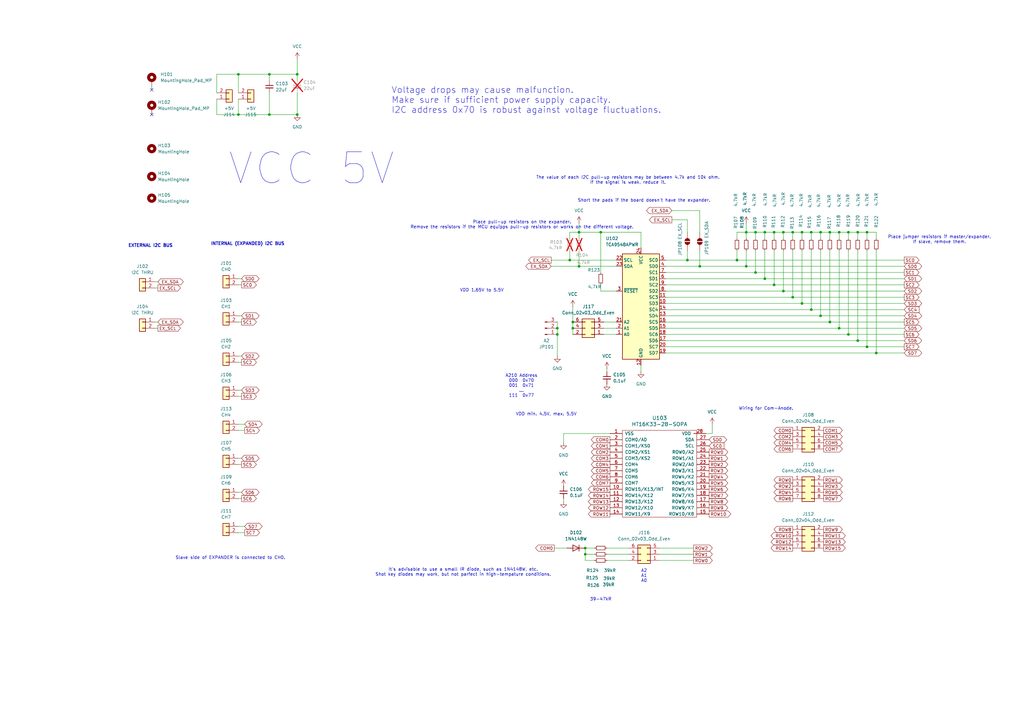
<source format=kicad_sch>
(kicad_sch (version 20250114) (generator "eeschema") (generator_version "9.0")
  (paper "A3")
  (title_block (title "digit 7-segment LED display control unit") (date "2025-09-05") (rev "0.4.0") (company "UMEMOTO LLC") (comment 1 "design by Hijiri Umemoto"))
  (text "A210 Address\n000  0x70\n001  0x71\n...\n111  0x77\n" (at 213.868 158.242 0) (effects (font (size 1.27 1.27))))
  (text "Place jumper resistors if master/expander.\nIf slave, remove them." (at 385.318 98.298 0) (effects (font (size 1.27 1.27))))
  (text "Voltage drops may cause malfunction. \nMake sure if sufficient power supply capacity. \nI2C address 0x70 is robust against voltage fluctuations." (at 160.528 41.148 0) (effects (font (size 2.54 2.54)) (justify left)))
  (text "39-47kR" (at 246.38 245.872 0) (effects (font (size 1.27 1.27))))
  (text "It's advisable to use a small IR diode, such as 1N4148W, etc.\nShot key diodes may work, but not parfect in high-tempature conditions.\n" (at 189.992 234.696 0) (effects (font (size 1.27 1.27))))
  (text "Wiring for Com-Anode." (at 314.198 167.64 0) (effects (font (size 1.27 1.27))))
  (text "A2\nA1\nA0" (at 264.16 236.22 0) (effects (font (size 1.27 1.27))))
  (text "VCC 5V " (at 132.588 69.342 0) (effects (font (size 12.7 12.7))))
  (text "Slave side of EXPANDER is connected to CH0." (at 94.488 228.854 0) (effects (font (size 1.27 1.27))))
  (text "Place pull-up resistors on the expander.\nRemove the resistors if the MCU equipps pull-up resistors or works on the different voltage." (at 214.122 92.202 0) (effects (font (size 1.27 1.27))))
  (text "Short the pads if the board doesn't have the expander." (at 264.16 82.296 0) (effects (font (size 1.27 1.27))))
  (text "EXTERNAL I2C BUS" (at 61.722 100.838 0) (effects (font (size 1.27 1.27) (thickness 0.254) (bold yes))))
  (text "The value of each I2C pull-up resistors may be between 4.7k and 10k ohm.\nIf the signal is weak, reduce it." (at 257.556 73.914 0) (effects (font (size 1.27 1.27))))
  (text "VDD 1.65V to 5.5V" (at 197.612 119.126 0) (effects (font (size 1.27 1.27))))
  (text "INTERNAL (EXPANDED) I2C BUS" (at 101.6 100.076 0) (effects (font (size 1.27 1.27) (thickness 0.254) (bold yes))))
  (text "VDD min. 4.5V, max. 5.5V" (at 224.028 169.926 0) (effects (font (size 1.27 1.27))))
  (junction (at 336.55 129.54))
  (junction (at 121.92 46.99))
  (junction (at 325.12 95.25))
  (junction (at 347.98 95.25))
  (junction (at 306.07 95.25))
  (junction (at 302.26 106.68))
  (junction (at 347.98 137.16))
  (junction (at 332.74 127))
  (junction (at 97.79 30.48))
  (junction (at 228.6 137.16))
  (junction (at 317.5 95.25))
  (junction (at 246.38 95.25))
  (junction (at 240.03 224.79))
  (junction (at 340.36 95.25))
  (junction (at 237.49 109.22))
  (junction (at 332.74 95.25))
  (junction (at 359.41 144.78))
  (junction (at 355.6 95.25))
  (junction (at 328.93 124.46))
  (junction (at 281.94 106.68))
  (junction (at 328.93 95.25))
  (junction (at 237.49 95.25))
  (junction (at 321.31 95.25))
  (junction (at 313.69 114.3))
  (junction (at 317.5 116.84))
  (junction (at 233.68 106.68))
  (junction (at 121.92 30.48))
  (junction (at 313.69 95.25))
  (junction (at 344.17 95.25))
  (junction (at 321.31 119.38))
  (junction (at 355.6 142.24))
  (junction (at 97.79 46.99))
  (junction (at 325.12 121.92))
  (junction (at 306.07 109.22))
  (junction (at 340.36 132.08))
  (junction (at 228.6 134.62))
  (junction (at 110.49 30.48))
  (junction (at 234.95 132.08))
  (junction (at 110.49 46.99))
  (junction (at 336.55 95.25))
  (junction (at 344.17 134.62))
  (junction (at 234.95 134.62))
  (junction (at 287.02 109.22))
  (junction (at 351.79 95.25))
  (junction (at 240.03 227.33))
  (junction (at 351.79 139.7))
  (junction (at 309.88 95.25))
  (junction (at 309.88 111.76))
  (no_connect (at 62.23 46.99))
  (no_connect (at 62.23 36.83))
  (wire (pts (xy 248.92 229.87) (xy 257.81 229.87)))
  (wire (pts (xy 370.84 132.08) (xy 340.36 132.08)))
  (wire (pts (xy 336.55 95.25) (xy 336.55 97.79)))
  (wire (pts (xy 246.38 119.38) (xy 252.73 119.38)))
  (wire (pts (xy 325.12 121.92) (xy 273.05 121.92)))
  (wire (pts (xy 97.79 46.99) (xy 110.49 46.99)))
  (wire (pts (xy 246.38 95.25) (xy 246.38 111.76)))
  (wire (pts (xy 97.79 162.56) (xy 99.06 162.56)))
  (wire (pts (xy 309.88 97.79) (xy 309.88 95.25)))
  (wire (pts (xy 273.05 129.54) (xy 336.55 129.54)))
  (wire (pts (xy 309.88 102.87) (xy 309.88 111.76)))
  (wire (pts (xy 309.88 111.76) (xy 273.05 111.76)))
  (wire (pts (xy 63.5 118.11) (xy 64.77 118.11)))
  (wire (pts (xy 270.51 227.33) (xy 284.48 227.33)))
  (wire (pts (xy 355.6 102.87) (xy 355.6 142.24)))
  (wire (pts (xy 99.06 190.5) (xy 97.79 190.5)))
  (wire (pts (xy 302.26 95.25) (xy 306.07 95.25)))
  (wire (pts (xy 237.49 109.22) (xy 252.73 109.22)))
  (wire (pts (xy 306.07 91.44) (xy 306.07 95.25)))
  (wire (pts (xy 228.6 132.08) (xy 228.6 134.62)))
  (wire (pts (xy 270.51 229.87) (xy 284.48 229.87)))
  (wire (pts (xy 262.89 149.86) (xy 262.89 152.4)))
  (wire (pts (xy 355.6 97.79) (xy 355.6 95.25)))
  (wire (pts (xy 370.84 137.16) (xy 347.98 137.16)))
  (wire (pts (xy 313.69 95.25) (xy 313.69 97.79)))
  (wire (pts (xy 355.6 142.24) (xy 273.05 142.24)))
  (wire (pts (xy 370.84 144.78) (xy 359.41 144.78)))
  (wire (pts (xy 287.02 102.87) (xy 287.02 109.22)))
  (wire (pts (xy 97.79 160.02) (xy 99.06 160.02)))
  (wire (pts (xy 336.55 95.25) (xy 340.36 95.25)))
  (wire (pts (xy 302.26 106.68) (xy 370.84 106.68)))
  (wire (pts (xy 313.69 95.25) (xy 317.5 95.25)))
  (wire (pts (xy 64.77 132.08) (xy 63.5 132.08)))
  (wire (pts (xy 347.98 95.25) (xy 351.79 95.25)))
  (wire (pts (xy 347.98 137.16) (xy 273.05 137.16)))
  (wire (pts (xy 317.5 95.25) (xy 321.31 95.25)))
  (wire (pts (xy 351.79 139.7) (xy 273.05 139.7)))
  (wire (pts (xy 262.89 101.6) (xy 262.89 95.25)))
  (wire (pts (xy 287.02 86.36) (xy 287.02 95.25)))
  (wire (pts (xy 321.31 95.25) (xy 325.12 95.25)))
  (wire (pts (xy 240.03 224.79) (xy 240.03 227.33)))
  (wire (pts (xy 121.92 38.1) (xy 121.92 46.99)))
  (wire (pts (xy 332.74 97.79) (xy 332.74 95.25)))
  (wire (pts (xy 370.84 129.54) (xy 336.55 129.54)))
  (wire (pts (xy 248.92 227.33) (xy 257.81 227.33)))
  (wire (pts (xy 302.26 102.87) (xy 302.26 106.68)))
  (wire (pts (xy 344.17 102.87) (xy 344.17 134.62)))
  (wire (pts (xy 351.79 102.87) (xy 351.79 139.7)))
  (wire (pts (xy 237.49 95.25) (xy 246.38 95.25)))
  (wire (pts (xy 226.06 109.22) (xy 237.49 109.22)))
  (wire (pts (xy 240.03 224.79) (xy 243.84 224.79)))
  (wire (pts (xy 233.68 97.79) (xy 233.68 95.25)))
  (wire (pts (xy 99.06 204.47) (xy 97.79 204.47)))
  (wire (pts (xy 247.65 134.62) (xy 252.73 134.62)))
  (wire (pts (xy 99.06 201.93) (xy 97.79 201.93)))
  (wire (pts (xy 309.88 95.25) (xy 306.07 95.25)))
  (wire (pts (xy 336.55 102.87) (xy 336.55 129.54)))
  (wire (pts (xy 309.88 95.25) (xy 313.69 95.25)))
  (wire (pts (xy 64.77 134.62) (xy 63.5 134.62)))
  (wire (pts (xy 237.49 102.87) (xy 237.49 109.22)))
  (wire (pts (xy 321.31 95.25) (xy 321.31 97.79)))
  (wire (pts (xy 281.94 102.87) (xy 281.94 106.68)))
  (wire (pts (xy 275.59 86.36) (xy 287.02 86.36)))
  (wire (pts (xy 240.03 227.33) (xy 240.03 229.87)))
  (wire (pts (xy 370.84 139.7) (xy 351.79 139.7)))
  (wire (pts (xy 231.14 204.47) (xy 231.14 205.74)))
  (wire (pts (xy 97.79 30.48) (xy 110.49 30.48)))
  (wire (pts (xy 234.95 132.08) (xy 234.95 134.62)))
  (wire (pts (xy 370.84 124.46) (xy 328.93 124.46)))
  (wire (pts (xy 234.95 134.62) (xy 234.95 137.16)))
  (wire (pts (xy 325.12 97.79) (xy 325.12 95.25)))
  (wire (pts (xy 121.92 24.13) (xy 121.92 30.48)))
  (wire (pts (xy 227.33 224.79) (xy 232.41 224.79)))
  (wire (pts (xy 370.84 111.76) (xy 309.88 111.76)))
  (wire (pts (xy 275.59 90.17) (xy 281.94 90.17)))
  (wire (pts (xy 233.68 106.68) (xy 252.73 106.68)))
  (wire (pts (xy 340.36 102.87) (xy 340.36 132.08)))
  (wire (pts (xy 351.79 95.25) (xy 351.79 97.79)))
  (wire (pts (xy 317.5 97.79) (xy 317.5 95.25)))
  (wire (pts (xy 370.84 116.84) (xy 317.5 116.84)))
  (wire (pts (xy 234.95 125.73) (xy 234.95 132.08)))
  (wire (pts (xy 292.1 177.8) (xy 289.56 177.8)))
  (wire (pts (xy 325.12 102.87) (xy 325.12 121.92)))
  (wire (pts (xy 97.79 40.64) (xy 97.79 46.99)))
  (wire (pts (xy 325.12 95.25) (xy 328.93 95.25)))
  (wire (pts (xy 110.49 30.48) (xy 110.49 33.02)))
  (wire (pts (xy 359.41 95.25) (xy 359.41 97.79)))
  (wire (pts (xy 328.93 124.46) (xy 273.05 124.46)))
  (wire (pts (xy 88.9 30.48) (xy 88.9 38.1)))
  (wire (pts (xy 347.98 97.79) (xy 347.98 95.25)))
  (wire (pts (xy 88.9 30.48) (xy 97.79 30.48)))
  (wire (pts (xy 226.06 106.68) (xy 233.68 106.68)))
  (wire (pts (xy 340.36 95.25) (xy 344.17 95.25)))
  (wire (pts (xy 370.84 127) (xy 332.74 127)))
  (wire (pts (xy 100.33 218.44) (xy 97.79 218.44)))
  (wire (pts (xy 99.06 129.54) (xy 97.79 129.54)))
  (wire (pts (xy 273.05 109.22) (xy 287.02 109.22)))
  (wire (pts (xy 231.14 181.61) (xy 231.14 177.8)))
  (wire (pts (xy 370.84 142.24) (xy 355.6 142.24)))
  (wire (pts (xy 237.49 91.44) (xy 237.49 95.25)))
  (wire (pts (xy 359.41 102.87) (xy 359.41 144.78)))
  (wire (pts (xy 270.51 224.79) (xy 284.48 224.79)))
  (wire (pts (xy 313.69 114.3) (xy 273.05 114.3)))
  (wire (pts (xy 99.06 114.3) (xy 97.79 114.3)))
  (wire (pts (xy 88.9 40.64) (xy 88.9 46.99)))
  (wire (pts (xy 100.33 176.53) (xy 97.79 176.53)))
  (wire (pts (xy 100.33 173.99) (xy 97.79 173.99)))
  (wire (pts (xy 110.49 30.48) (xy 121.92 30.48)))
  (wire (pts (xy 302.26 97.79) (xy 302.26 95.25)))
  (wire (pts (xy 243.84 227.33) (xy 240.03 227.33)))
  (wire (pts (xy 328.93 95.25) (xy 328.93 97.79)))
  (wire (pts (xy 281.94 90.17) (xy 281.94 95.25)))
  (wire (pts (xy 228.6 134.62) (xy 228.6 137.16)))
  (wire (pts (xy 317.5 116.84) (xy 273.05 116.84)))
  (wire (pts (xy 306.07 109.22) (xy 370.84 109.22)))
  (wire (pts (xy 247.65 137.16) (xy 252.73 137.16)))
  (wire (pts (xy 344.17 95.25) (xy 344.17 97.79)))
  (wire (pts (xy 344.17 134.62) (xy 273.05 134.62)))
  (wire (pts (xy 110.49 38.1) (xy 110.49 46.99)))
  (wire (pts (xy 328.93 102.87) (xy 328.93 124.46)))
  (wire (pts (xy 370.84 114.3) (xy 313.69 114.3)))
  (wire (pts (xy 248.92 152.4) (xy 248.92 151.13)))
  (wire (pts (xy 292.1 173.99) (xy 292.1 177.8)))
  (wire (pts (xy 347.98 102.87) (xy 347.98 137.16)))
  (wire (pts (xy 281.94 106.68) (xy 302.26 106.68)))
  (wire (pts (xy 306.07 102.87) (xy 306.07 109.22)))
  (wire (pts (xy 351.79 95.25) (xy 355.6 95.25)))
  (wire (pts (xy 287.02 109.22) (xy 306.07 109.22)))
  (wire (pts (xy 100.33 215.9) (xy 97.79 215.9)))
  (wire (pts (xy 273.05 106.68) (xy 281.94 106.68)))
  (wire (pts (xy 63.5 115.57) (xy 64.77 115.57)))
  (wire (pts (xy 97.79 38.1) (xy 97.79 30.48)))
  (wire (pts (xy 246.38 95.25) (xy 262.89 95.25)))
  (wire (pts (xy 243.84 229.87) (xy 240.03 229.87)))
  (wire (pts (xy 306.07 95.25) (xy 306.07 97.79)))
  (wire (pts (xy 332.74 95.25) (xy 336.55 95.25)))
  (wire (pts (xy 121.92 30.48) (xy 121.92 33.02)))
  (wire (pts (xy 231.14 177.8) (xy 250.19 177.8)))
  (wire (pts (xy 88.9 46.99) (xy 97.79 46.99)))
  (wire (pts (xy 344.17 95.25) (xy 347.98 95.25)))
  (wire (pts (xy 248.92 224.79) (xy 257.81 224.79)))
  (wire (pts (xy 62.23 35.56) (xy 62.23 36.83)))
  (wire (pts (xy 332.74 102.87) (xy 332.74 127)))
  (wire (pts (xy 99.06 148.59) (xy 97.79 148.59)))
  (wire (pts (xy 313.69 102.87) (xy 313.69 114.3)))
  (wire (pts (xy 370.84 119.38) (xy 321.31 119.38)))
  (wire (pts (xy 247.65 132.08) (xy 252.73 132.08)))
  (wire (pts (xy 355.6 95.25) (xy 359.41 95.25)))
  (wire (pts (xy 233.68 102.87) (xy 233.68 106.68)))
  (wire (pts (xy 228.6 137.16) (xy 228.6 146.05)))
  (wire (pts (xy 321.31 102.87) (xy 321.31 119.38)))
  (wire (pts (xy 273.05 127) (xy 332.74 127)))
  (wire (pts (xy 99.06 187.96) (xy 97.79 187.96)))
  (wire (pts (xy 340.36 97.79) (xy 340.36 95.25)))
  (wire (pts (xy 99.06 116.84) (xy 97.79 116.84)))
  (wire (pts (xy 370.84 121.92) (xy 325.12 121.92)))
  (wire (pts (xy 99.06 146.05) (xy 97.79 146.05)))
  (wire (pts (xy 370.84 134.62) (xy 344.17 134.62)))
  (wire (pts (xy 340.36 132.08) (xy 273.05 132.08)))
  (wire (pts (xy 246.38 116.84) (xy 246.38 119.38)))
  (wire (pts (xy 317.5 102.87) (xy 317.5 116.84)))
  (wire (pts (xy 359.41 144.78) (xy 273.05 144.78)))
  (wire (pts (xy 99.06 132.08) (xy 97.79 132.08)))
  (wire (pts (xy 121.92 46.99) (xy 110.49 46.99)))
  (wire (pts (xy 321.31 119.38) (xy 273.05 119.38)))
  (wire (pts (xy 328.93 95.25) (xy 332.74 95.25)))
  (wire (pts (xy 237.49 95.25) (xy 237.49 97.79)))
  (wire (pts (xy 233.68 95.25) (xy 237.49 95.25)))
  (global_label "ROW7" (shape output) (at 290.83 203.2 0) (property "Intersheetrefs" "${INTERSHEET_REFS}" (effects (hide yes))))
  (global_label "ROW0" (shape output) (at 325.12 196.85 180) (property "Intersheetrefs" "${INTERSHEET_REFS}" (effects (hide yes))))
  (global_label "SD3" (shape bidirectional) (at 99.06 160.02 0) (property "Intersheetrefs" "${INTERSHEET_REFS}" (effects (hide yes))))
  (global_label "EX_SCL" (shape output) (at 275.59 90.17 180) (property "Intersheetrefs" "${INTERSHEET_REFS}" (effects (hide yes))))
  (global_label "ROW13" (shape output) (at 250.19 205.74 180) (property "Intersheetrefs" "${INTERSHEET_REFS}" (effects (hide yes))))
  (global_label "ROW11" (shape output) (at 250.19 210.82 180) (property "Intersheetrefs" "${INTERSHEET_REFS}" (effects (hide yes))))
  (global_label "SC7" (shape output) (at 370.84 142.24 0) (property "Intersheetrefs" "${INTERSHEET_REFS}" (effects (hide yes))))
  (global_label "SD1" (shape bidirectional) (at 370.84 114.3 0) (property "Intersheetrefs" "${INTERSHEET_REFS}" (effects (hide yes))))
  (global_label "SC4" (shape input) (at 370.84 127 0) (property "Intersheetrefs" "${INTERSHEET_REFS}" (effects (hide yes))))
  (global_label "SD4" (shape bidirectional) (at 100.33 173.99 0) (property "Intersheetrefs" "${INTERSHEET_REFS}" (effects (hide yes))))
  (global_label "ROW0" (shape output) (at 284.48 229.87 0) (property "Intersheetrefs" "${INTERSHEET_REFS}" (effects (hide yes))))
  (global_label "COM2" (shape output) (at 250.19 185.42 180) (property "Intersheetrefs" "${INTERSHEET_REFS}" (effects (hide yes))))
  (global_label "SC0" (shape output) (at 99.06 116.84 0) (property "Intersheetrefs" "${INTERSHEET_REFS}" (effects (hide yes))))
  (global_label "SC1" (shape output) (at 99.06 132.08 0) (property "Intersheetrefs" "${INTERSHEET_REFS}" (effects (hide yes))))
  (global_label "ROW12" (shape output) (at 250.19 208.28 180) (property "Intersheetrefs" "${INTERSHEET_REFS}" (effects (hide yes))))
  (global_label "COM6" (shape output) (at 250.19 195.58 180) (property "Intersheetrefs" "${INTERSHEET_REFS}" (effects (hide yes))))
  (global_label "SC3" (shape output) (at 99.06 162.56 0) (property "Intersheetrefs" "${INTERSHEET_REFS}" (effects (hide yes))))
  (global_label "ROW6" (shape output) (at 290.83 200.66 0) (property "Intersheetrefs" "${INTERSHEET_REFS}" (effects (hide yes))))
  (global_label "ROW10" (shape output) (at 290.83 210.82 0) (property "Intersheetrefs" "${INTERSHEET_REFS}" (effects (hide yes))))
  (global_label "COM2" (shape output) (at 325.12 179.07 180) (property "Intersheetrefs" "${INTERSHEET_REFS}" (effects (hide yes))))
  (global_label "EX_SCL" (shape output) (at 64.77 118.11 0) (property "Intersheetrefs" "${INTERSHEET_REFS}" (effects (hide yes))))
  (global_label "ROW15" (shape output) (at 250.19 200.66 180) (property "Intersheetrefs" "${INTERSHEET_REFS}" (effects (hide yes))))
  (global_label "COM0" (shape output) (at 227.33 224.79 180) (property "Intersheetrefs" "${INTERSHEET_REFS}" (effects (hide yes))))
  (global_label "SC5" (shape output) (at 370.84 132.08 0) (property "Intersheetrefs" "${INTERSHEET_REFS}" (effects (hide yes))))
  (global_label "SD6" (shape bidirectional) (at 99.06 201.93 0) (property "Intersheetrefs" "${INTERSHEET_REFS}" (effects (hide yes))))
  (global_label "SD5" (shape bidirectional) (at 370.84 134.62 0) (property "Intersheetrefs" "${INTERSHEET_REFS}" (effects (hide yes))))
  (global_label "SD7" (shape bidirectional) (at 370.84 144.78 0) (property "Intersheetrefs" "${INTERSHEET_REFS}" (effects (hide yes))))
  (global_label "SC7" (shape output) (at 100.33 218.44 0) (property "Intersheetrefs" "${INTERSHEET_REFS}" (effects (hide yes))))
  (global_label "ROW9" (shape output) (at 290.83 208.28 0) (property "Intersheetrefs" "${INTERSHEET_REFS}" (effects (hide yes))))
  (global_label "SD2" (shape bidirectional) (at 370.84 119.38 0) (property "Intersheetrefs" "${INTERSHEET_REFS}" (effects (hide yes))))
  (global_label "SD6" (shape bidirectional) (at 370.84 139.7 0) (property "Intersheetrefs" "${INTERSHEET_REFS}" (effects (hide yes))))
  (global_label "ROW2" (shape output) (at 284.48 224.79 0) (property "Intersheetrefs" "${INTERSHEET_REFS}" (effects (hide yes))))
  (global_label "SD0" (shape bidirectional) (at 99.06 114.3 0) (property "Intersheetrefs" "${INTERSHEET_REFS}" (effects (hide yes))))
  (global_label "COM0" (shape output) (at 250.19 180.34 180) (property "Intersheetrefs" "${INTERSHEET_REFS}" (effects (hide yes))))
  (global_label "COM3" (shape output) (at 337.82 179.07 0) (property "Intersheetrefs" "${INTERSHEET_REFS}" (effects (hide yes))))
  (global_label "ROW14" (shape output) (at 325.12 224.79 180) (property "Intersheetrefs" "${INTERSHEET_REFS}" (effects (hide yes))))
  (global_label "SD4" (shape bidirectional) (at 370.84 129.54 0) (property "Intersheetrefs" "${INTERSHEET_REFS}" (effects (hide yes))))
  (global_label "SC1" (shape output) (at 370.84 111.76 0) (property "Intersheetrefs" "${INTERSHEET_REFS}" (effects (hide yes))))
  (global_label "COM1" (shape output) (at 337.82 176.53 0) (property "Intersheetrefs" "${INTERSHEET_REFS}" (effects (hide yes))))
  (global_label "SC2" (shape output) (at 370.84 116.84 0) (property "Intersheetrefs" "${INTERSHEET_REFS}" (effects (hide yes))))
  (global_label "COM4" (shape output) (at 325.12 181.61 180) (property "Intersheetrefs" "${INTERSHEET_REFS}" (effects (hide yes))))
  (global_label "COM5" (shape output) (at 337.82 181.61 0) (property "Intersheetrefs" "${INTERSHEET_REFS}" (effects (hide yes))))
  (global_label "SC6" (shape output) (at 99.06 204.47 0) (property "Intersheetrefs" "${INTERSHEET_REFS}" (effects (hide yes))))
  (global_label "COM5" (shape output) (at 250.19 193.04 180) (property "Intersheetrefs" "${INTERSHEET_REFS}" (effects (hide yes))))
  (global_label "ROW11" (shape output) (at 337.82 219.71 0) (property "Intersheetrefs" "${INTERSHEET_REFS}" (effects (hide yes))))
  (global_label "ROW8" (shape output) (at 290.83 205.74 0) (property "Intersheetrefs" "${INTERSHEET_REFS}" (effects (hide yes))))
  (global_label "EX_SDA" (shape bidirectional) (at 64.77 115.57 0) (property "Intersheetrefs" "${INTERSHEET_REFS}" (effects (hide yes))))
  (global_label "COM7" (shape output) (at 337.82 184.15 0) (property "Intersheetrefs" "${INTERSHEET_REFS}" (effects (hide yes))))
  (global_label "ROW15" (shape output) (at 337.82 224.79 0) (property "Intersheetrefs" "${INTERSHEET_REFS}" (effects (hide yes))))
  (global_label "SD3" (shape bidirectional) (at 370.84 124.46 0) (property "Intersheetrefs" "${INTERSHEET_REFS}" (effects (hide yes))))
  (global_label "COM1" (shape output) (at 250.19 182.88 180) (property "Intersheetrefs" "${INTERSHEET_REFS}" (effects (hide yes))))
  (global_label "ROW4" (shape output) (at 290.83 195.58 0) (property "Intersheetrefs" "${INTERSHEET_REFS}" (effects (hide yes))))
  (global_label "SC2" (shape output) (at 99.06 148.59 0) (property "Intersheetrefs" "${INTERSHEET_REFS}" (effects (hide yes))))
  (global_label "SC0" (shape input) (at 290.83 182.88 0) (property "Intersheetrefs" "${INTERSHEET_REFS}" (effects (hide yes))))
  (global_label "ROW1" (shape output) (at 290.83 187.96 0) (property "Intersheetrefs" "${INTERSHEET_REFS}" (effects (hide yes))))
  (global_label "COM4" (shape output) (at 250.19 190.5 180) (property "Intersheetrefs" "${INTERSHEET_REFS}" (effects (hide yes))))
  (global_label "SC5" (shape output) (at 99.06 190.5 0) (property "Intersheetrefs" "${INTERSHEET_REFS}" (effects (hide yes))))
  (global_label "ROW2" (shape output) (at 290.83 190.5 0) (property "Intersheetrefs" "${INTERSHEET_REFS}" (effects (hide yes))))
  (global_label "ROW5" (shape output) (at 337.82 201.93 0) (property "Intersheetrefs" "${INTERSHEET_REFS}" (effects (hide yes))))
  (global_label "EX_SDA" (shape bidirectional) (at 275.59 86.36 180) (property "Intersheetrefs" "${INTERSHEET_REFS}" (effects (hide yes))))
  (global_label "SC6" (shape output) (at 370.84 137.16 0) (property "Intersheetrefs" "${INTERSHEET_REFS}" (effects (hide yes))))
  (global_label "EX_SCL" (shape output) (at 64.77 134.62 0) (property "Intersheetrefs" "${INTERSHEET_REFS}" (effects (hide yes))))
  (global_label "EX_SDA" (shape bidirectional) (at 226.06 109.22 180) (property "Intersheetrefs" "${INTERSHEET_REFS}" (effects (hide yes))))
  (global_label "ROW4" (shape output) (at 325.12 201.93 180) (property "Intersheetrefs" "${INTERSHEET_REFS}" (effects (hide yes))))
  (global_label "ROW2" (shape output) (at 325.12 199.39 180) (property "Intersheetrefs" "${INTERSHEET_REFS}" (effects (hide yes))))
  (global_label "SD5" (shape bidirectional) (at 99.06 187.96 0) (property "Intersheetrefs" "${INTERSHEET_REFS}" (effects (hide yes))))
  (global_label "COM3" (shape output) (at 250.19 187.96 180) (property "Intersheetrefs" "${INTERSHEET_REFS}" (effects (hide yes))))
  (global_label "ROW1" (shape output) (at 337.82 196.85 0) (property "Intersheetrefs" "${INTERSHEET_REFS}" (effects (hide yes))))
  (global_label "COM0" (shape output) (at 325.12 176.53 180) (property "Intersheetrefs" "${INTERSHEET_REFS}" (effects (hide yes))))
  (global_label "COM6" (shape output) (at 325.12 184.15 180) (property "Intersheetrefs" "${INTERSHEET_REFS}" (effects (hide yes))))
  (global_label "ROW10" (shape output) (at 325.12 219.71 180) (property "Intersheetrefs" "${INTERSHEET_REFS}" (effects (hide yes))))
  (global_label "SD0" (shape bidirectional) (at 290.83 180.34 0) (property "Intersheetrefs" "${INTERSHEET_REFS}" (effects (hide yes))))
  (global_label "ROW9" (shape output) (at 337.82 217.17 0) (property "Intersheetrefs" "${INTERSHEET_REFS}" (effects (hide yes))))
  (global_label "ROW6" (shape output) (at 325.12 204.47 180) (property "Intersheetrefs" "${INTERSHEET_REFS}" (effects (hide yes))))
  (global_label "ROW14" (shape output) (at 250.19 203.2 180) (property "Intersheetrefs" "${INTERSHEET_REFS}" (effects (hide yes))))
  (global_label "ROW3" (shape output) (at 290.83 193.04 0) (property "Intersheetrefs" "${INTERSHEET_REFS}" (effects (hide yes))))
  (global_label "ROW3" (shape output) (at 337.82 199.39 0) (property "Intersheetrefs" "${INTERSHEET_REFS}" (effects (hide yes))))
  (global_label "ROW1" (shape output) (at 284.48 227.33 0) (property "Intersheetrefs" "${INTERSHEET_REFS}" (effects (hide yes))))
  (global_label "SC3" (shape output) (at 370.84 121.92 0) (property "Intersheetrefs" "${INTERSHEET_REFS}" (effects (hide yes))))
  (global_label "ROW7" (shape output) (at 337.82 204.47 0) (property "Intersheetrefs" "${INTERSHEET_REFS}" (effects (hide yes))))
  (global_label "ROW0" (shape output) (at 290.83 185.42 0) (property "Intersheetrefs" "${INTERSHEET_REFS}" (effects (hide yes))))
  (global_label "SD2" (shape bidirectional) (at 99.06 146.05 0) (property "Intersheetrefs" "${INTERSHEET_REFS}" (effects (hide yes))))
  (global_label "ROW8" (shape output) (at 325.12 217.17 180) (property "Intersheetrefs" "${INTERSHEET_REFS}" (effects (hide yes))))
  (global_label "SC4" (shape output) (at 100.33 176.53 0) (property "Intersheetrefs" "${INTERSHEET_REFS}" (effects (hide yes))))
  (global_label "COM7" (shape output) (at 250.19 198.12 180) (property "Intersheetrefs" "${INTERSHEET_REFS}" (effects (hide yes))))
  (global_label "SD1" (shape bidirectional) (at 99.06 129.54 0) (property "Intersheetrefs" "${INTERSHEET_REFS}" (effects (hide yes))))
  (global_label "SD7" (shape bidirectional) (at 100.33 215.9 0) (property "Intersheetrefs" "${INTERSHEET_REFS}" (effects (hide yes))))
  (global_label "EX_SDA" (shape bidirectional) (at 64.77 132.08 0) (property "Intersheetrefs" "${INTERSHEET_REFS}" (effects (hide yes))))
  (global_label "ROW5" (shape output) (at 290.83 198.12 0) (property "Intersheetrefs" "${INTERSHEET_REFS}" (effects (hide yes))))
  (global_label "SD0" (shape bidirectional) (at 370.84 109.22 0) (property "Intersheetrefs" "${INTERSHEET_REFS}" (effects (hide yes))))
  (global_label "ROW12" (shape output) (at 325.12 222.25 180) (property "Intersheetrefs" "${INTERSHEET_REFS}" (effects (hide yes))))
  (global_label "EX_SCL" (shape output) (at 226.06 106.68 180) (property "Intersheetrefs" "${INTERSHEET_REFS}" (effects (hide yes))))
  (global_label "ROW13" (shape output) (at 337.82 222.25 0) (property "Intersheetrefs" "${INTERSHEET_REFS}" (effects (hide yes))))
  (global_label "SC0" (shape output) (at 370.84 106.68 0) (property "Intersheetrefs" "${INTERSHEET_REFS}" (effects (hide yes))))
  (symbol (lib_id "Device:R_Small") (at 351.79 100.33 0) (unit 1)
    (property "Reference" "R120" (at 351.79 93.218 90) (effects (justify left)))
    (property "Value" "4.7kR" (at 352.044 84.836 90) (effects (justify left)))
    (property "Footprint" "Resistor_SMD:R_0603_1608Metric_Pad0.98x0.95mm_HandSolder" (effects (hide yes)))
    (property "Description" "Resistor, small symbol" (effects (hide yes)))
  )
  (symbol (lib_id "Device:R_Small") (at 246.38 229.87 90) (unit 1)
    (property "Reference" "R126" (at 240.792 240.03 90) (effects (justify right)))
    (property "Value" "39kR" (at 247.142 239.776 90) (effects (justify right)))
    (property "Footprint" "Resistor_SMD:R_0603_1608Metric_Pad0.98x0.95mm_HandSolder" (effects (hide yes)))
    (property "Description" "Resistor, small symbol" (effects (hide yes)))
  )
  (symbol (lib_id "insensitiveclod:HT16K33-28-SOPA") (at 270.51 194.31 0) (unit 1)
    (property "Reference" "U103" (at 270.51 171.45 0) (effects (font (size 1.524 1.524))))
    (property "Value" "HT16K33-28-SOPA" (at 270.51 173.99 0) (effects (font (size 1.524 1.524))))
    (property "Footprint" "Package_SO:SOP-28_8.4x18.16mm_P1.27mm" (effects (hide yes)))
    (property "Description" "Led matrix/keyboard scanner" (effects (hide yes)))
  )
  (symbol (lib_id "Connector_Generic:Conn_02x03_Odd_Even") (at 265.43 227.33 180) (unit 1)
    (property "Reference" "J116" (at 264.16 218.44 0))
    (property "Value" "Conn_02x03_Odd_Even" (at 264.16 220.98 0))
    (property "Footprint" "Connector_PinHeader_2.54mm:PinHeader_2x03_P2.54mm_Vertical" (effects (hide yes)))
    (property "Description" "Generic connector, double row, 02x03, odd/even pin numbering scheme (row 1 odd numbers, row 2 even numbers), script generated (kicad-library-utils/schlib/autogen/connector/)" (effects (hide yes)))
  )
  (symbol (lib_id "Mechanical:MountingHole_Pad_MP") (at 62.23 44.45 0) (unit 1) (exclude_from_sim yes) (in_bom no)
    (property "Reference" "H102" (at 64.77 41.9099 0) (effects (justify left)))
    (property "Value" "MountingHole_Pad_MP" (at 64.77 44.4499 0) (effects (justify left)))
    (property "Footprint" "MountingHole:MountingHole_3.2mm_M3_DIN965_Pad" (effects (hide yes)))
    (property "Description" "Mounting Hole with connection as pad named MP" (effects (hide yes)))
  )
  (symbol (lib_id "Connector_Generic:Conn_01x02") (at 92.71 160.02 0) (mirror y) (unit 1)
    (property "Reference" "J106" (at 92.71 153.67 0))
    (property "Value" "CH3" (at 92.71 156.21 0))
    (property "Footprint" "7seg-panel:Generic_XH_S2B-XH-A-1_1x02_P2.50mm_Horizontal" (effects (hide yes)))
    (property "Description" "Generic connector, single row, 01x02, script generated (kicad-library-utils/schlib/autogen/connector/)" (effects (hide yes)))
  )
  (symbol (lib_id "Connector:Conn_01x03_Pin") (at 223.52 134.62 0) (mirror x) (unit 1)
    (property "Reference" "JP101" (at 224.155 142.24 0))
    (property "Value" "A2" (at 224.155 139.7 0))
    (property "Footprint" "Connector_PinHeader_2.54mm:PinHeader_1x03_P2.54mm_Vertical" (effects (hide yes)))
    (property "Description" "Generic connector, single row, 01x03, script generated" (effects (hide yes)))
  )
  (symbol (lib_id "Device:R_Small") (at 325.12 100.33 0) (unit 1)
    (property "Reference" "R113" (at 324.866 88.9 90) (effects (justify right)))
    (property "Value" "4.7kR" (at 324.866 79.502 90) (effects (justify right)))
    (property "Footprint" "Resistor_SMD:R_0603_1608Metric_Pad0.98x0.95mm_HandSolder" (effects (hide yes)))
    (property "Description" "Resistor, small symbol" (effects (hide yes)))
  )
  (symbol (lib_id "Connector_Generic:Conn_02x04_Odd_Even") (at 330.2 179.07 0) (unit 1)
    (property "Reference" "J108" (at 331.47 170.18 0))
    (property "Value" "Conn_02x04_Odd_Even" (at 331.47 172.72 0))
    (property "Footprint" "Connector_PinSocket_2.54mm:PinSocket_2x04_P2.54mm_Vertical" (effects (hide yes)))
    (property "Description" "Generic connector, double row, 02x04, odd/even pin numbering scheme (row 1 odd numbers, row 2 even numbers), script generated (kicad-library-utils/schlib/autogen/connector/)" (effects (hide yes)))
  )
  (symbol (lib_id "Device:R_Small") (at 237.49 100.33 0) (unit 1) (in_bom no) (dnp yes)
    (property "Reference" "R104" (at 236.22 104.648 0) (effects (justify left)))
    (property "Value" "4.7kR" (at 236.474 107.696 0) (effects (justify left)))
    (property "Footprint" "Resistor_SMD:R_0603_1608Metric_Pad0.98x0.95mm_HandSolder" (effects (hide yes)))
    (property "Description" "Resistor, small symbol" (effects (hide yes)))
  )
  (symbol (lib_id "Mechanical:MountingHole_Pad_MP") (at 62.23 33.02 0) (mirror y) (unit 1) (exclude_from_sim yes) (in_bom no)
    (property "Reference" "H101" (at 65.786 30.48 0) (effects (justify right)))
    (property "Value" "MountingHole_Pad_MP" (at 65.786 33.02 0) (effects (justify right)))
    (property "Footprint" "MountingHole:MountingHole_3.2mm_M3_DIN965_Pad" (effects (hide yes)))
    (property "Description" "Mounting Hole with connection as pad named MP" (effects (hide yes)))
  )
  (symbol (lib_id "power:GND") (at 262.89 152.4 0) (unit 1)
    (property "Reference" "#PWR0111" (effects (hide yes)))
    (property "Value" "GND" (at 262.89 157.48 0))
    (property "Description" "Power symbol creates a global label with name \"GND\" , ground" (effects (hide yes)))
  )
  (symbol (lib_id "Connector_Generic:Conn_02x04_Odd_Even") (at 330.2 219.71 0) (unit 1)
    (property "Reference" "J112" (at 331.47 210.82 0))
    (property "Value" "Conn_02x04_Odd_Even" (at 331.47 213.36 0))
    (property "Footprint" "Connector_PinSocket_2.54mm:PinSocket_2x04_P2.54mm_Vertical" (effects (hide yes)))
    (property "Description" "Generic connector, double row, 02x04, odd/even pin numbering scheme (row 1 odd numbers, row 2 even numbers), script generated (kicad-library-utils/schlib/autogen/connector/)" (effects (hide yes)))
  )
  (symbol (lib_id "power:GND") (at 228.6 146.05 0) (unit 1)
    (property "Reference" "#PWR0108" (effects (hide yes)))
    (property "Value" "GND" (at 228.6 151.13 0))
    (property "Description" "Power symbol creates a global label with name \"GND\" , ground" (effects (hide yes)))
  )
  (symbol (lib_id "Device:R_Small") (at 347.98 100.33 0) (unit 1)
    (property "Reference" "R119" (at 347.98 88.138 90) (effects (justify right)))
    (property "Value" "4.7kR" (at 347.726 79.502 90) (effects (justify right)))
    (property "Footprint" "Resistor_SMD:R_0603_1608Metric_Pad0.98x0.95mm_HandSolder" (effects (hide yes)))
    (property "Description" "Resistor, small symbol" (effects (hide yes)))
  )
  (symbol (lib_id "Device:R_Small") (at 321.31 100.33 0) (unit 1)
    (property "Reference" "R112" (at 321.056 93.472 90) (effects (justify left)))
    (property "Value" "4.7kR" (at 321.31 84.328 90) (effects (justify left)))
    (property "Footprint" "Resistor_SMD:R_0603_1608Metric_Pad0.98x0.95mm_HandSolder" (effects (hide yes)))
    (property "Description" "Resistor, small symbol" (effects (hide yes)))
  )
  (symbol (lib_id "Device:C_Small") (at 248.92 154.94 0) (unit 1)
    (property "Reference" "C105" (at 251.46 153.6762 0) (effects (justify left)))
    (property "Value" "0.1uF" (at 251.46 156.2162 0) (effects (justify left)))
    (property "Footprint" "Capacitor_SMD:C_0603_1608Metric_Pad1.08x0.95mm_HandSolder" (effects (hide yes)))
    (property "Description" "Unpolarized capacitor, small symbol" (effects (hide yes)))
  )
  (symbol (lib_id "Mechanical:MountingHole") (at 62.23 60.96 0) (unit 1) (exclude_from_sim yes) (in_bom no)
    (property "Reference" "H103" (at 64.77 59.6899 0) (effects (justify left)))
    (property "Value" "MountingHole" (at 64.77 62.2299 0) (effects (justify left)))
    (property "Footprint" "MountingHole:MountingHole_3.2mm_M3" (effects (hide yes)))
    (property "Description" "Mounting Hole without connection" (effects (hide yes)))
  )
  (symbol (lib_id "Device:R_Small") (at 355.6 100.33 0) (unit 1)
    (property "Reference" "R121" (at 355.346 88.138 90) (effects (justify right)))
    (property "Value" "4.7kR" (at 355.6 79.248 90) (effects (justify right)))
    (property "Footprint" "Resistor_SMD:R_0603_1608Metric_Pad0.98x0.95mm_HandSolder" (effects (hide yes)))
    (property "Description" "Resistor, small symbol" (effects (hide yes)))
  )
  (symbol (lib_id "Device:R_Small") (at 233.68 100.33 0) (unit 1) (in_bom no) (dnp yes)
    (property "Reference" "R103" (at 230.632 99.314 0) (effects (justify right)))
    (property "Value" "4.7kR" (at 230.632 101.6 0) (effects (justify right)))
    (property "Footprint" "Resistor_SMD:R_0603_1608Metric_Pad0.98x0.95mm_HandSolder" (effects (hide yes)))
    (property "Description" "Resistor, small symbol" (effects (hide yes)))
  )
  (symbol (lib_id "Device:R_Small") (at 306.07 100.33 0) (unit 1)
    (property "Reference" "R108" (at 304.292 93.726 90) (effects (justify left)))
    (property "Value" "4.7kR" (at 305.562 84.328 90) (effects (justify left)))
    (property "Footprint" "Resistor_SMD:R_0603_1608Metric_Pad0.98x0.95mm_HandSolder" (effects (hide yes)))
    (property "Description" "Resistor, small symbol" (effects (hide yes)))
  )
  (symbol (lib_id "Mechanical:MountingHole") (at 62.23 72.39 0) (unit 1) (exclude_from_sim yes) (in_bom no)
    (property "Reference" "H104" (at 64.77 71.1199 0) (effects (justify left)))
    (property "Value" "MountingHole" (at 64.77 73.6599 0) (effects (justify left)))
    (property "Footprint" "MountingHole:MountingHole_3.2mm_M3" (effects (hide yes)))
    (property "Description" "Mounting Hole without connection" (effects (hide yes)))
  )
  (symbol (lib_id "Connector_Generic:Conn_01x02") (at 92.71 201.93 0) (mirror y) (unit 1)
    (property "Reference" "J109" (at 92.71 195.58 0))
    (property "Value" "CH6" (at 92.71 198.12 0))
    (property "Footprint" "7seg-panel:Generic_XH_S2B-XH-A-1_1x02_P2.50mm_Horizontal" (effects (hide yes)))
    (property "Description" "Generic connector, single row, 01x02, script generated (kicad-library-utils/schlib/autogen/connector/)" (effects (hide yes)))
  )
  (symbol (lib_id "Connector_Generic:Conn_01x02") (at 92.71 114.3 0) (mirror y) (unit 1)
    (property "Reference" "J101" (at 92.71 107.95 0))
    (property "Value" "CH0" (at 92.71 110.49 0))
    (property "Footprint" "7seg-panel:Generic_XH_S2B-XH-A-1_1x02_P2.50mm_Horizontal" (effects (hide yes)))
    (property "Description" "Generic connector, single row, 01x02, script generated (kicad-library-utils/schlib/autogen/connector/)" (effects (hide yes)))
  )
  (symbol (lib_id "Connector_Generic:Conn_01x02") (at 92.71 215.9 0) (mirror y) (unit 1)
    (property "Reference" "J111" (at 92.71 209.55 0))
    (property "Value" "CH7" (at 92.71 212.09 0))
    (property "Footprint" "7seg-panel:Generic_XH_S2B-XH-A-1_1x02_P2.50mm_Horizontal" (effects (hide yes)))
    (property "Description" "Generic connector, single row, 01x02, script generated (kicad-library-utils/schlib/autogen/connector/)" (effects (hide yes)))
  )
  (symbol (lib_id "Device:R_Small") (at 344.17 100.33 0) (unit 1)
    (property "Reference" "R118" (at 343.916 93.218 90) (effects (justify left)))
    (property "Value" "4.7kR" (at 344.17 85.09 90) (effects (justify left)))
    (property "Footprint" "Resistor_SMD:R_0603_1608Metric_Pad0.98x0.95mm_HandSolder" (effects (hide yes)))
    (property "Description" "Resistor, small symbol" (effects (hide yes)))
  )
  (symbol (lib_id "Jumper:SolderJumper_2_Open") (at 281.94 99.06 90) (mirror x) (unit 1) (in_bom no)
    (property "Reference" "JP108" (at 278.892 101.854 0))
    (property "Value" "EX_SCL" (at 278.892 94.742 0))
    (property "Footprint" "Jumper:SolderJumper-2_P1.3mm_Open_TrianglePad1.0x1.5mm" (effects (hide yes)))
    (property "Description" "Solder Jumper, 2-pole, open" (effects (hide yes)))
  )
  (symbol (lib_id "Connector_Generic:Conn_01x02") (at 93.98 40.64 0) (mirror x) (unit 1)
    (property "Reference" "J114" (at 93.98 46.99 0))
    (property "Value" "+5V" (at 93.98 44.45 0))
    (property "Footprint" "Connector_JST:JST_XH_B2B-XH-AM_1x02_P2.50mm_Vertical" (effects (hide yes)))
    (property "Description" "Generic connector, single row, 01x02, script generated (kicad-library-utils/schlib/autogen/connector/)" (effects (hide yes)))
  )
  (symbol (lib_id "Device:R_Small") (at 302.26 100.33 0) (unit 1)
    (property "Reference" "R107" (at 301.752 88.646 90) (effects (justify right)))
    (property "Value" "4.7kR" (at 301.752 79.248 90) (effects (justify right)))
    (property "Footprint" "Resistor_SMD:R_0603_1608Metric_Pad0.98x0.95mm_HandSolder" (effects (hide yes)))
    (property "Description" "Resistor, small symbol" (effects (hide yes)))
  )
  (symbol (lib_id "power:VCC") (at 292.1 173.99 0) (unit 1)
    (property "Reference" "#PWR0112" (effects (hide yes)))
    (property "Value" "VCC" (at 292.1 168.91 0))
    (property "Description" "Power symbol creates a global label with name \"VCC\"" (effects (hide yes)))
  )
  (symbol (lib_id "power:VCC") (at 121.92 24.13 0) (unit 1)
    (property "Reference" "#PWR0101" (effects (hide yes)))
    (property "Value" "VCC" (at 121.92 19.05 0))
    (property "Description" "Power symbol creates a global label with name \"VCC\"" (effects (hide yes)))
  )
  (symbol (lib_id "Jumper:SolderJumper_2_Open") (at 287.02 99.06 90) (mirror x) (unit 1) (in_bom no)
    (property "Reference" "JP109" (at 289.814 101.6 0))
    (property "Value" "EX_SDA" (at 289.814 94.234 0))
    (property "Footprint" "Jumper:SolderJumper-2_P1.3mm_Open_TrianglePad1.0x1.5mm" (effects (hide yes)))
    (property "Description" "Solder Jumper, 2-pole, open" (effects (hide yes)))
  )
  (symbol (lib_id "Connector_Generic:Conn_01x02") (at 58.42 115.57 0) (mirror y) (unit 1)
    (property "Reference" "J102" (at 58.42 109.22 0))
    (property "Value" "I2C THRU" (at 58.42 111.76 0))
    (property "Footprint" "Connector_JST:JST_XH_B2B-XH-AM_1x02_P2.50mm_Vertical" (effects (hide yes)))
    (property "Description" "Generic connector, single row, 01x02, script generated (kicad-library-utils/schlib/autogen/connector/)" (effects (hide yes)))
  )
  (symbol (lib_id "Device:R_Small") (at 340.36 100.33 0) (unit 1)
    (property "Reference" "R117" (at 340.106 88.9 90) (effects (justify right)))
    (property "Value" "4.7kR" (at 340.106 79.756 90) (effects (justify right)))
    (property "Footprint" "Resistor_SMD:R_0603_1608Metric_Pad0.98x0.95mm_HandSolder" (effects (hide yes)))
    (property "Description" "Resistor, small symbol" (effects (hide yes)))
  )
  (symbol (lib_id "Connector_Generic:Conn_02x04_Odd_Even") (at 330.2 199.39 0) (unit 1)
    (property "Reference" "J110" (at 331.47 190.5 0))
    (property "Value" "Conn_02x04_Odd_Even" (at 331.47 193.04 0))
    (property "Footprint" "Connector_PinSocket_2.54mm:PinSocket_2x04_P2.54mm_Vertical" (effects (hide yes)))
    (property "Description" "Generic connector, double row, 02x04, odd/even pin numbering scheme (row 1 odd numbers, row 2 even numbers), script generated (kicad-library-utils/schlib/autogen/connector/)" (effects (hide yes)))
  )
  (symbol (lib_id "Mechanical:MountingHole") (at 62.23 81.28 0) (unit 1) (exclude_from_sim yes) (in_bom no)
    (property "Reference" "H105" (at 64.77 80.0099 0) (effects (justify left)))
    (property "Value" "MountingHole" (at 64.77 82.5499 0) (effects (justify left)))
    (property "Footprint" "MountingHole:MountingHole_3.2mm_M3" (effects (hide yes)))
    (property "Description" "Mounting Hole without connection" (effects (hide yes)))
  )
  (symbol (lib_id "power:GND") (at 231.14 181.61 0) (unit 1)
    (property "Reference" "#PWR0113" (effects (hide yes)))
    (property "Value" "GND" (at 231.14 186.69 0))
    (property "Description" "Power symbol creates a global label with name \"GND\" , ground" (effects (hide yes)))
  )
  (symbol (lib_id "Diode:1N4148W") (at 236.22 224.79 180) (unit 1)
    (property "Reference" "D102" (at 236.22 218.44 0))
    (property "Value" "1N4148W" (at 236.22 220.98 0))
    (property "Footprint" "Diode_SMD:D_SOD-123" (effects (hide yes)))
    (property "Datasheet" "https://www.vishay.com/docs/85748/1n4148w.pdf" (effects (hide yes)))
    (property "Description" "75V 0.15A Fast Switching Diode, SOD-123" (effects (hide yes)))
    (property "Sim.Device" "D" (effects (hide yes)))
    (property "Sim.Pins" "1=K 2=A" (effects (hide yes)))
  )
  (symbol (lib_id "Connector_Generic:Conn_01x02") (at 92.71 146.05 0) (mirror y) (unit 1)
    (property "Reference" "J105" (at 92.71 139.7 0))
    (property "Value" "CH2" (at 92.71 142.24 0))
    (property "Footprint" "7seg-panel:Generic_XH_S2B-XH-A-1_1x02_P2.50mm_Horizontal" (effects (hide yes)))
    (property "Description" "Generic connector, single row, 01x02, script generated (kicad-library-utils/schlib/autogen/connector/)" (effects (hide yes)))
  )
  (symbol (lib_id "power:VCC") (at 231.14 199.39 0) (unit 1)
    (property "Reference" "#PWR0114" (effects (hide yes)))
    (property "Value" "VCC" (at 231.14 194.31 0))
    (property "Description" "Power symbol creates a global label with name \"VCC\"" (effects (hide yes)))
  )
  (symbol (lib_id "Interface_Expansion:TCA9548APWR") (at 262.89 124.46 0) (unit 1)
    (property "Reference" "U102" (at 248.412 97.79 0) (effects (justify left)))
    (property "Value" "TCA9548APWR" (at 248.412 100.33 0) (effects (justify left)))
    (property "Footprint" "Package_SO:TSSOP-24_4.4x7.8mm_P0.65mm" (effects (hide yes)))
    (property "Datasheet" "http://www.ti.com/lit/ds/symlink/tca9548a.pdf" (effects (hide yes)))
    (property "Description" "Low voltage 8-channel I2C switch with reset, TSSOP-24" (effects (hide yes)))
  )
  (symbol (lib_id "Device:C_Polarized_Small") (at 121.92 35.56 0) (unit 1) (in_bom no) (dnp yes)
    (property "Reference" "C104" (at 124.46 33.7438 0) (effects (justify left)))
    (property "Value" "22uF" (at 124.46 36.2838 0) (effects (justify left)))
    (property "Footprint" "Capacitor_Tantalum_SMD:CP_EIA-3528-21_Kemet-B_HandSolder" (effects (hide yes)))
    (property "Description" "Polarized capacitor, small symbol" (effects (hide yes)))
  )
  (symbol (lib_id "Device:R_Small") (at 313.69 100.33 0) (unit 1)
    (property "Reference" "R110" (at 313.69 93.472 90) (effects (justify left)))
    (property "Value" "4.7kR" (at 313.944 84.582 90) (effects (justify left)))
    (property "Footprint" "Resistor_SMD:R_0603_1608Metric_Pad0.98x0.95mm_HandSolder" (effects (hide yes)))
    (property "Description" "Resistor, small symbol" (effects (hide yes)))
  )
  (symbol (lib_id "Device:R_Small") (at 317.5 100.33 0) (unit 1)
    (property "Reference" "R111" (at 317.246 88.392 90) (effects (justify right)))
    (property "Value" "4.7kR" (at 317.754 79.502 90) (effects (justify right)))
    (property "Footprint" "Resistor_SMD:R_0603_1608Metric_Pad0.98x0.95mm_HandSolder" (effects (hide yes)))
    (property "Description" "Resistor, small symbol" (effects (hide yes)))
  )
  (symbol (lib_id "Device:C_Small") (at 110.49 35.56 0) (unit 1)
    (property "Reference" "C103" (at 113.03 34.2962 0) (effects (justify left)))
    (property "Value" "22uF" (at 113.03 36.8362 0) (effects (justify left)))
    (property "Footprint" "Capacitor_SMD:C_0603_1608Metric" (effects (hide yes)))
    (property "Description" "Unpolarized capacitor, small symbol" (effects (hide yes)))
  )
  (symbol (lib_id "Device:R_Small") (at 359.41 100.33 0) (unit 1)
    (property "Reference" "R122" (at 359.41 93.472 90) (effects (justify left)))
    (property "Value" "4.7kR" (at 359.41 84.582 90) (effects (justify left)))
    (property "Footprint" "Resistor_SMD:R_0603_1608Metric_Pad0.98x0.95mm_HandSolder" (effects (hide yes)))
    (property "Description" "Resistor, small symbol" (effects (hide yes)))
  )
  (symbol (lib_id "Device:R_Small") (at 309.88 100.33 0) (unit 1)
    (property "Reference" "R109" (at 309.626 88.9 90) (effects (justify right)))
    (property "Value" "4.7kR" (at 309.372 79.248 90) (effects (justify right)))
    (property "Footprint" "Resistor_SMD:R_0603_1608Metric_Pad0.98x0.95mm_HandSolder" (effects (hide yes)))
    (property "Description" "Resistor, small symbol" (effects (hide yes)))
  )
  (symbol (lib_id "Device:C_Small") (at 231.14 201.93 0) (unit 1)
    (property "Reference" "C106" (at 233.68 200.6662 0) (effects (justify left)))
    (property "Value" "0.1uF" (at 233.68 203.2062 0) (effects (justify left)))
    (property "Footprint" "Capacitor_SMD:C_0603_1608Metric_Pad1.08x0.95mm_HandSolder" (effects (hide yes)))
    (property "Description" "Unpolarized capacitor, small symbol" (effects (hide yes)))
  )
  (symbol (lib_id "Connector_Generic:Conn_01x02") (at 92.71 129.54 0) (mirror y) (unit 1)
    (property "Reference" "J103" (at 92.71 123.19 0))
    (property "Value" "CH1" (at 92.71 125.73 0))
    (property "Footprint" "7seg-panel:Generic_XH_S2B-XH-A-1_1x02_P2.50mm_Horizontal" (effects (hide yes)))
    (property "Description" "Generic connector, single row, 01x02, script generated (kicad-library-utils/schlib/autogen/connector/)" (effects (hide yes)))
  )
  (symbol (lib_id "Connector_Generic:Conn_01x02") (at 102.87 40.64 0) (mirror x) (unit 1)
    (property "Reference" "J115" (at 102.87 46.99 0))
    (property "Value" "+5V" (at 102.87 44.45 0))
    (property "Footprint" "Connector_JST:JST_XH_B2B-XH-AM_1x02_P2.50mm_Vertical" (effects (hide yes)))
    (property "Description" "Generic connector, single row, 01x02, script generated (kicad-library-utils/schlib/autogen/connector/)" (effects (hide yes)))
  )
  (symbol (lib_id "power:GND") (at 248.92 157.48 0) (unit 1)
    (property "Reference" "#PWR0110" (effects (hide yes)))
    (property "Value" "GND" (at 248.92 162.56 0))
    (property "Description" "Power symbol creates a global label with name \"GND\" , ground" (effects (hide yes)))
  )
  (symbol (lib_id "Connector_Generic:Conn_01x02") (at 92.71 173.99 0) (mirror y) (unit 1)
    (property "Reference" "J113" (at 92.71 167.64 0))
    (property "Value" "CH4" (at 92.71 170.18 0))
    (property "Footprint" "7seg-panel:Generic_XH_S2B-XH-A-1_1x02_P2.50mm_Horizontal" (effects (hide yes)))
    (property "Description" "Generic connector, single row, 01x02, script generated (kicad-library-utils/schlib/autogen/connector/)" (effects (hide yes)))
  )
  (symbol (lib_id "Device:R_Small") (at 332.74 100.33 0) (unit 1)
    (property "Reference" "R115" (at 331.978 88.646 90) (effects (justify right)))
    (property "Value" "4.7kR" (at 332.232 79.756 90) (effects (justify right)))
    (property "Footprint" "Resistor_SMD:R_0603_1608Metric_Pad0.98x0.95mm_HandSolder" (effects (hide yes)))
    (property "Description" "Resistor, small symbol" (effects (hide yes)))
  )
  (symbol (lib_id "power:VCC") (at 237.49 91.44 0) (unit 1)
    (property "Reference" "#PWR0105" (effects (hide yes)))
    (property "Value" "VCC" (at 237.49 86.36 0))
    (property "Description" "Power symbol creates a global label with name \"VCC\"" (effects (hide yes)))
  )
  (symbol (lib_id "power:VCC") (at 306.07 91.44 0) (unit 1)
    (property "Reference" "#PWR0106" (effects (hide yes)))
    (property "Value" "VCC" (at 306.07 86.36 0))
    (property "Description" "Power symbol creates a global label with name \"VCC\"" (effects (hide yes)))
  )
  (symbol (lib_id "power:GND") (at 231.14 205.74 0) (unit 1)
    (property "Reference" "#PWR0115" (effects (hide yes)))
    (property "Value" "GND" (at 231.14 210.82 0))
    (property "Description" "Power symbol creates a global label with name \"GND\" , ground" (effects (hide yes)))
  )
  (symbol (lib_id "Device:R_Small") (at 246.38 114.3 0) (unit 1)
    (property "Reference" "R123" (at 246.126 110.744 0) (effects (justify right)))
    (property "Value" "4.7kR" (at 246.634 117.602 0) (effects (justify right)))
    (property "Footprint" "Resistor_SMD:R_0603_1608Metric_Pad0.98x0.95mm_HandSolder" (effects (hide yes)))
    (property "Description" "Resistor, small symbol" (effects (hide yes)))
  )
  (symbol (lib_id "Device:R_Small") (at 246.38 224.79 90) (unit 1)
    (property "Reference" "R124" (at 240.538 233.934 90) (effects (justify right)))
    (property "Value" "39kR" (at 247.65 233.934 90) (effects (justify right)))
    (property "Footprint" "Resistor_SMD:R_0603_1608Metric_Pad0.98x0.95mm_HandSolder" (effects (hide yes)))
    (property "Description" "Resistor, small symbol" (effects (hide yes)))
  )
  (symbol (lib_id "Connector_Generic:Conn_02x03_Odd_Even") (at 242.57 134.62 180) (unit 1)
    (property "Reference" "J117" (at 241.3 125.73 0))
    (property "Value" "Conn_02x03_Odd_Even" (at 241.3 128.27 0))
    (property "Footprint" "Connector_PinHeader_2.54mm:PinHeader_2x03_P2.54mm_Vertical" (effects (hide yes)))
    (property "Description" "Generic connector, double row, 02x03, odd/even pin numbering scheme (row 1 odd numbers, row 2 even numbers), script generated (kicad-library-utils/schlib/autogen/connector/)" (effects (hide yes)))
  )
  (symbol (lib_id "Device:R_Small") (at 328.93 100.33 0) (unit 1)
    (property "Reference" "R114" (at 328.422 93.218 90) (effects (justify left)))
    (property "Value" "4.7kR" (at 328.676 84.836 90) (effects (justify left)))
    (property "Footprint" "Resistor_SMD:R_0603_1608Metric_Pad0.98x0.95mm_HandSolder" (effects (hide yes)))
    (property "Description" "Resistor, small symbol" (effects (hide yes)))
  )
  (symbol (lib_id "power:VCC") (at 234.95 125.73 0) (unit 1)
    (property "Reference" "#PWR0107" (effects (hide yes)))
    (property "Value" "VCC" (at 234.95 120.65 0))
    (property "Description" "Power symbol creates a global label with name \"VCC\"" (effects (hide yes)))
  )
  (symbol (lib_id "Device:R_Small") (at 336.55 100.33 0) (unit 1)
    (property "Reference" "R116" (at 335.788 93.218 90) (effects (justify left)))
    (property "Value" "4.7kR" (at 335.788 85.09 90) (effects (justify left)))
    (property "Footprint" "Resistor_SMD:R_0603_1608Metric_Pad0.98x0.95mm_HandSolder" (effects (hide yes)))
    (property "Description" "Resistor, small symbol" (effects (hide yes)))
  )
  (symbol (lib_id "power:GND") (at 121.92 46.99 0) (unit 1)
    (property "Reference" "#PWR0102" (effects (hide yes)))
    (property "Value" "GND" (at 121.92 52.07 0))
    (property "Description" "Power symbol creates a global label with name \"GND\" , ground" (effects (hide yes)))
  )
  (symbol (lib_id "Connector_Generic:Conn_01x02") (at 92.71 187.96 0) (mirror y) (unit 1)
    (property "Reference" "J107" (at 92.71 181.61 0))
    (property "Value" "CH5" (at 92.71 184.15 0))
    (property "Footprint" "7seg-panel:Generic_XH_S2B-XH-A-1_1x02_P2.50mm_Horizontal" (effects (hide yes)))
    (property "Description" "Generic connector, single row, 01x02, script generated (kicad-library-utils/schlib/autogen/connector/)" (effects (hide yes)))
  )
  (symbol (lib_id "power:VCC") (at 248.92 151.13 0) (unit 1)
    (property "Reference" "#PWR0109" (effects (hide yes)))
    (property "Value" "VCC" (at 248.92 146.05 0))
    (property "Description" "Power symbol creates a global label with name \"VCC\"" (effects (hide yes)))
  )
  (symbol (lib_id "Connector_Generic:Conn_01x02") (at 58.42 132.08 0) (mirror y) (unit 1)
    (property "Reference" "J104" (at 58.42 125.73 0))
    (property "Value" "I2C THRU" (at 58.42 128.27 0))
    (property "Footprint" "Connector_JST:JST_XH_B2B-XH-AM_1x02_P2.50mm_Vertical" (effects (hide yes)))
    (property "Description" "Generic connector, single row, 01x02, script generated (kicad-library-utils/schlib/autogen/connector/)" (effects (hide yes)))
  )
  (symbol (lib_id "Device:R_Small") (at 246.38 227.33 90) (unit 1)
    (property "Reference" "R125" (at 240.284 236.982 90) (effects (justify right)))
    (property "Value" "39kR" (at 247.396 237.236 90) (effects (justify right)))
    (property "Footprint" "Resistor_SMD:R_0603_1608Metric_Pad0.98x0.95mm_HandSolder" (effects (hide yes)))
    (property "Description" "Resistor, small symbol" (effects (hide yes)))
  )
)
</source>
